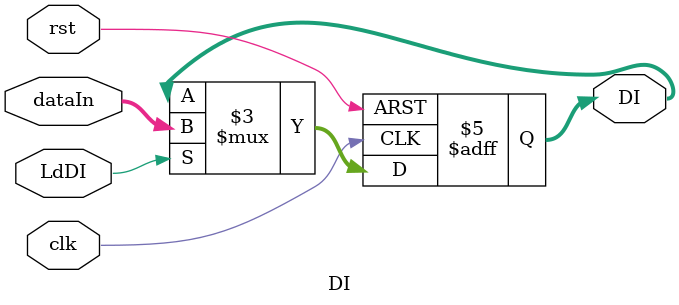
<source format=v>
module DI(input clk, rst, input LdDI, input [4:0] dataIn, output reg [4:0] DI);
  always@(posedge clk, posedge rst) begin
    if(rst)
      DI <= 5'b0;
    else 
      if(LdDI)
        DI <= dataIn;
      else
        DI <= DI;
  end
endmodule 


</source>
